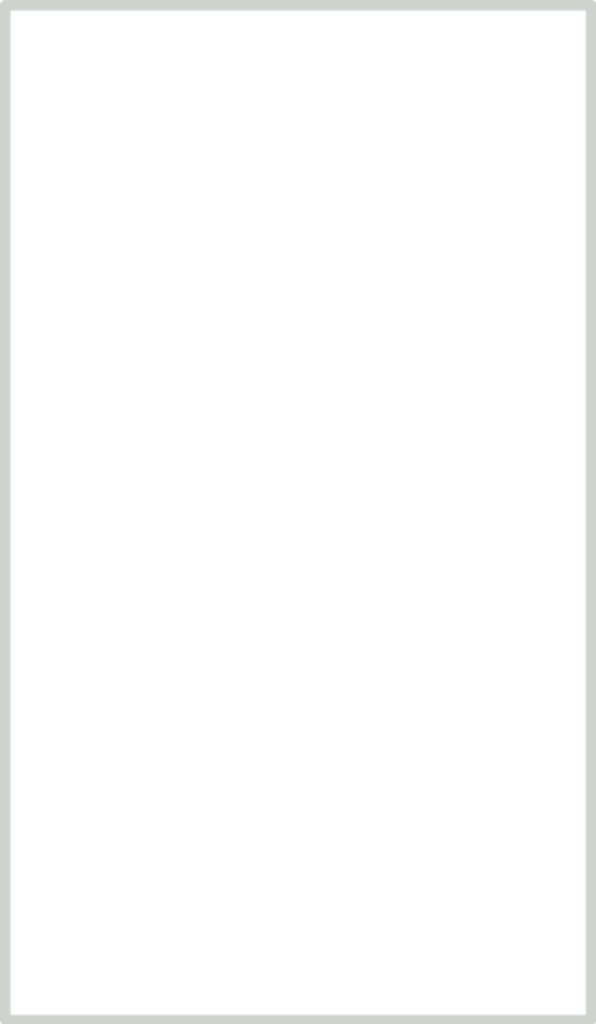
<source format=kicad_pcb>
(kicad_pcb (version 20171130) (host pcbnew "(6.0.0-rc1-dev-1606-g4cd41e394)")

  (general
    (thickness 1.6)
    (drawings 4)
    (tracks 0)
    (zones 0)
    (modules 0)
    (nets 1)
  )

  (page A4)
  (layers
    (0 F.Cu signal)
    (31 B.Cu signal)
    (32 B.Adhes user)
    (33 F.Adhes user)
    (34 B.Paste user)
    (35 F.Paste user)
    (36 B.SilkS user)
    (37 F.SilkS user)
    (38 B.Mask user)
    (39 F.Mask user)
    (40 Dwgs.User user)
    (41 Cmts.User user)
    (42 Eco1.User user)
    (43 Eco2.User user)
    (44 Edge.Cuts user)
    (45 Margin user)
    (46 B.CrtYd user)
    (47 F.CrtYd user)
    (48 B.Fab user hide)
    (49 F.Fab user hide)
  )

  (setup
    (last_trace_width 0.25)
    (trace_clearance 0.2)
    (zone_clearance 0.508)
    (zone_45_only no)
    (trace_min 0.2)
    (via_size 0.8)
    (via_drill 0.4)
    (via_min_size 0.4)
    (via_min_drill 0.3)
    (uvia_size 0.3)
    (uvia_drill 0.1)
    (uvias_allowed no)
    (uvia_min_size 0.2)
    (uvia_min_drill 0.1)
    (edge_width 0.2)
    (segment_width 0.2)
    (pcb_text_width 0.3)
    (pcb_text_size 1.5 1.5)
    (mod_edge_width 0.12)
    (mod_text_size 1 1)
    (mod_text_width 0.15)
    (pad_size 1.524 1.524)
    (pad_drill 0.762)
    (pad_to_mask_clearance 0.051)
    (solder_mask_min_width 0.25)
    (aux_axis_origin 0 0)
    (visible_elements 7FFFFFFF)
    (pcbplotparams
      (layerselection 0x010fc_ffffffff)
      (usegerberextensions false)
      (usegerberattributes false)
      (usegerberadvancedattributes false)
      (creategerberjobfile false)
      (excludeedgelayer true)
      (linewidth 0.100000)
      (plotframeref false)
      (viasonmask false)
      (mode 1)
      (useauxorigin false)
      (hpglpennumber 1)
      (hpglpenspeed 20)
      (hpglpendiameter 15.000000)
      (psnegative false)
      (psa4output false)
      (plotreference true)
      (plotvalue true)
      (plotinvisibletext false)
      (padsonsilk false)
      (subtractmaskfromsilk false)
      (outputformat 1)
      (mirror false)
      (drillshape 0)
      (scaleselection 1)
      (outputdirectory ""))
  )

  (net 0 "")

  (net_class Default "Это класс цепей по умолчанию."
    (clearance 0.2)
    (trace_width 0.25)
    (via_dia 0.8)
    (via_drill 0.4)
    (uvia_dia 0.3)
    (uvia_drill 0.1)
  )

  (gr_line (start 148.37 79.35) (end 159.35 79.35) (layer Edge.Cuts) (width 0.2))
  (gr_line (start 148.37 60.35) (end 148.37 79.35) (layer Edge.Cuts) (width 0.2))
  (gr_line (start 159.35 79.35) (end 159.35 60.35) (layer Edge.Cuts) (width 0.2) (tstamp 5C4BD685))
  (gr_line (start 159.36 60.35) (end 148.37 60.35) (layer Edge.Cuts) (width 0.2) (tstamp 5C49C805))

)

</source>
